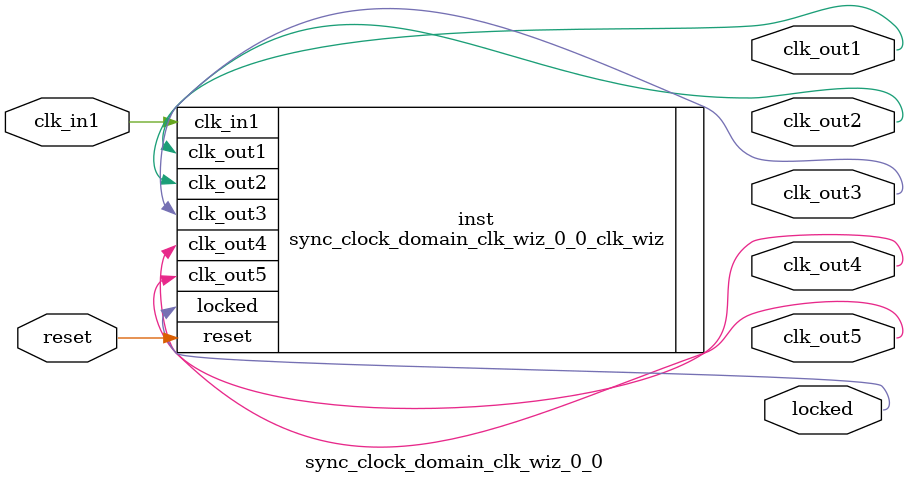
<source format=v>


`timescale 1ps/1ps

(* CORE_GENERATION_INFO = "sync_clock_domain_clk_wiz_0_0,clk_wiz_v6_0_4_0_0,{component_name=sync_clock_domain_clk_wiz_0_0,use_phase_alignment=false,use_min_o_jitter=false,use_max_i_jitter=false,use_dyn_phase_shift=false,use_inclk_switchover=false,use_dyn_reconfig=false,enable_axi=0,feedback_source=FDBK_AUTO,PRIMITIVE=MMCM,num_out_clk=5,clkin1_period=10.000,clkin2_period=10.000,use_power_down=false,use_reset=true,use_locked=true,use_inclk_stopped=false,feedback_type=SINGLE,CLOCK_MGR_TYPE=NA,manual_override=false}" *)

module sync_clock_domain_clk_wiz_0_0 
 (
  // Clock out ports
  output        clk_out1,
  output        clk_out2,
  output        clk_out3,
  output        clk_out4,
  output        clk_out5,
  // Status and control signals
  input         reset,
  output        locked,
 // Clock in ports
  input         clk_in1
 );

  sync_clock_domain_clk_wiz_0_0_clk_wiz inst
  (
  // Clock out ports  
  .clk_out1(clk_out1),
  .clk_out2(clk_out2),
  .clk_out3(clk_out3),
  .clk_out4(clk_out4),
  .clk_out5(clk_out5),
  // Status and control signals               
  .reset(reset), 
  .locked(locked),
 // Clock in ports
  .clk_in1(clk_in1)
  );

endmodule

</source>
